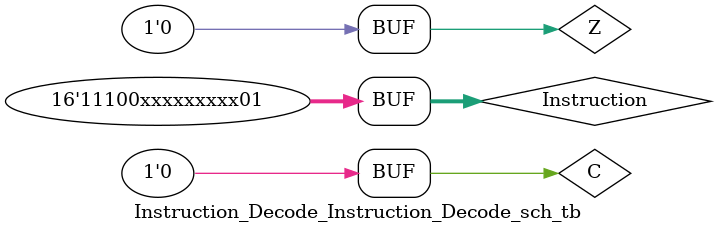
<source format=v>

`timescale 1ns / 1ps

module Instruction_Decode_Instruction_Decode_sch_tb();

// Inputs
   reg [15:0] Instruction;
   reg C;
   reg Z;

// Output
   wire flag_HLT;
   wire data_write_en;
   wire flag_label_PC;
   wire flag_Rm_PC;
   wire flag_Rd_PC;
   wire BRANCH;
   wire ADC;
   wire SUB;
   wire SBB;
   wire JMP;
   wire Src_ALU_B;
   wire Src_Read_B;
   wire flag_mem_RF;
   wire flag_ALU_RF;
   wire flag_Rm_RF;
   wire flag_PC_RF;
   wire LHI;
   wire LLI;
   wire RF_write_en;
   wire flag_OutR;

// Bidirs

// Instantiate the UUT
   Instruction_Decode UUT (
		.Instruction(Instruction), 
		.C(C), 
		.Z(Z), 
		.flag_HLT(flag_HLT), 
		.data_write_en(data_write_en), 
		.flag_label_PC(flag_label_PC), 
		.flag_Rm_PC(flag_Rm_PC), 
		.flag_Rd_PC(flag_Rd_PC), 
		.BRANCH(BRANCH), 
		.ADC(ADC), 
		.SUB(SUB), 
		.SBB(SBB), 
		.JMP(JMP), 
		.Src_ALU_B(Src_ALU_B), 
		.Src_Read_B(Src_Read_B), 
		.flag_mem_RF(flag_mem_RF), 
		.flag_ALU_RF(flag_ALU_RF), 
		.flag_Rm_RF(flag_Rm_RF), 
		.flag_PC_RF(flag_PC_RF), 
		.LHI(LHI), 
		.LLI(LLI), 
		.RF_write_en(RF_write_en), 
		.flag_OutR(flag_OutR)
   );
// Initialize Inputs
	initial begin
		Instruction = 0;
		C = 0;
		Z = 0;
		
		#10 Instruction = 16'b00001_xxx_xxxxxxxx;//LHI
		#10 Instruction = 16'b00010_xxx_xxxxxxxx;//LLI
		
		#10 Instruction = 16'b00011_xxxxxxxxxxx;//LDR
		#10 Instruction = 16'b00101_xxxxxxxxxxx;//STR
		
		#10 Instruction = 16'b00000_xxx_xxxxxx_00;//ADD
		#10 Instruction = 16'b00000_xxx_xxxxxx_01;//ADC
		#10 Instruction = 16'b00000_xxx_xxxxxx_10;//SUB
		#10 Instruction = 16'b00000_xxx_xxxxxx_11;//SBB
		#10 Instruction = 16'b00110_xxx_xxxxxx_01;//CMP

		#10 Instruction = 16'b00111_xxx_xxx_xxxxx;//ADDI
		#10 Instruction = 16'b01000_xxx_xxx_xxxxx;//SUBI
		#10 Instruction = 16'b01011_xxx_xxx_xxxxx;//MOV

		#10 Instruction = 16'b1100_0011_xxxxxxxx;//BCC
		#10 Instruction = 16'b1100_0010_xxxxxxxx;//BCS
		#10 Instruction = 16'b1100_0001_xxxxxxxx;//BNE
		#10 Instruction = 16'b1100_0000_xxxxxxxx;//BEQ
		#10 Instruction = 16'b1100_1110_xxxxxxxx;//B

		#10 Instruction = 16'b10000_xxxxxxxxxxx;//JMP
		#10 Instruction = 16'b10001_xxxxxxxxxxx;//JAL1
		#10 Instruction = 16'b10010_xxxxxxxxxxx;//JAL2
		#10 Instruction = 16'b10011_xxxxxxxxxxx;//JR

		#10 Instruction = 16'b11100_xxxx_xxxxx_00;//OutR
		#10 Instruction = 16'b11100_xxxx_xxxxx_01;//HLT
		#10;
		
   end
endmodule

</source>
